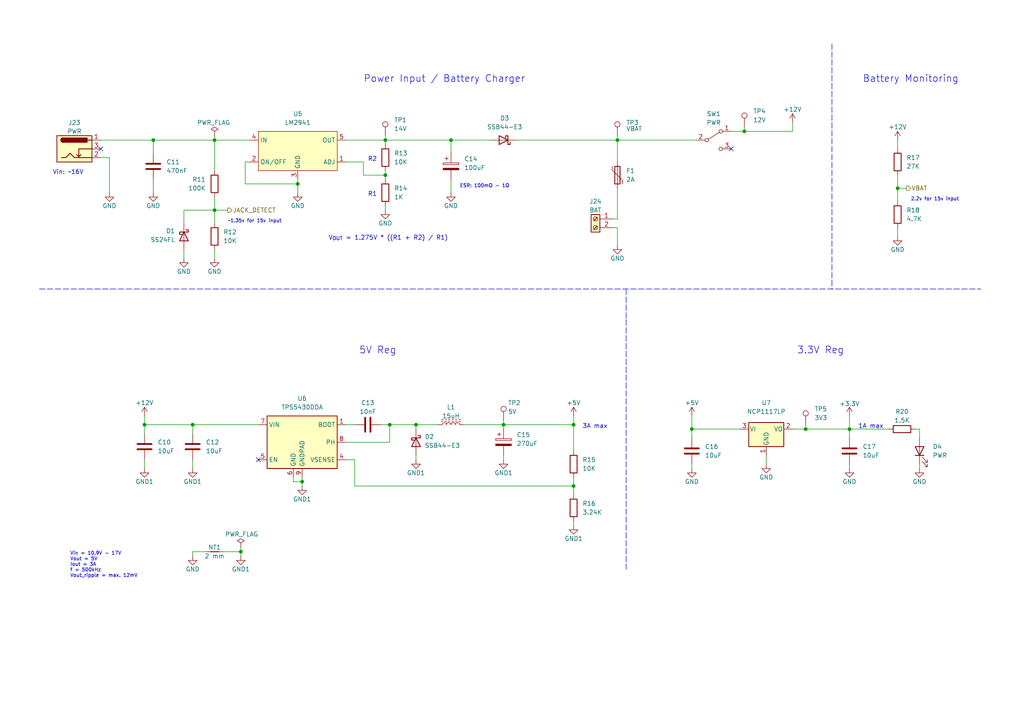
<source format=kicad_sch>
(kicad_sch (version 20211123) (generator eeschema)
  (paper "A4")
  (title_block (title "SW22 - Base Board") (date "2022-12-22") (rev "2") (company "saawsm"))
  (lib_symbols
    (symbol "Connector:Barrel_Jack_Switch" (pin_names hide)
      (property "Reference" "J" (at 0 5.334 0))
      (property "Value" "Barrel_Jack_Switch" (at 0 -5.08 0))
      (symbol "Barrel_Jack_Switch_0_1"
        (rectangle (start -5.08 3.81) (end 5.08 -3.81) (stroke (width 0.254)) (fill (type background)))
        (arc (start -3.302 3.175) (mid -3.937 2.54) (end -3.302 1.905) (stroke (width 0.254)))
        (arc (start -3.302 3.175) (mid -3.937 2.54) (end -3.302 1.905) (stroke (width 0.254)) (fill (type outline)))
        (polyline (pts (xy 1.27 -2.286) (xy 1.905 -1.651)) (stroke (width 0.254)))
        (polyline (pts (xy 5.08 2.54) (xy 3.81 2.54)) (stroke (width 0.254)))
        (polyline (pts (xy 5.08 0) (xy 1.27 0) (xy 1.27 -2.286) (xy 0.635 -1.651)) (stroke (width 0.254)))
        (polyline (pts (xy -3.81 -2.54) (xy -2.54 -2.54) (xy -1.27 -1.27) (xy 0 -2.54) (xy 2.54 -2.54) (xy 5.08 -2.54)) (stroke (width 0.254)))
        (rectangle (start 3.683 3.175) (end -3.302 1.905) (stroke (width 0.254)) (fill (type outline)))
      )
      (symbol "Barrel_Jack_Switch_1_1"
        (pin passive line (at 7.62 2.54 180) (length 2.54) (name "~") (number "1"))
        (pin passive line (at 7.62 -2.54 180) (length 2.54) (name "~") (number "2"))
        (pin passive line (at 7.62 0 180) (length 2.54) (name "~") (number "3"))
      )
    )
    (symbol "Connector:Screw_Terminal_01x02" (pin_names (offset 1.016) hide)
      (property "Reference" "J" (at 0 2.54 0))
      (property "Value" "Screw_Terminal_01x02" (at 0 -5.08 0))
      (symbol "Screw_Terminal_01x02_1_1"
        (rectangle (start -1.27 1.27) (end 1.27 -3.81) (stroke (width 0.254)) (fill (type background)))
        (circle (center 0 -2.54) (radius 0.635) (stroke (width 0.1524)))
        (polyline (pts (xy -0.5334 -2.2098) (xy 0.3302 -3.048)) (stroke (width 0.1524)))
        (polyline (pts (xy -0.5334 0.3302) (xy 0.3302 -0.508)) (stroke (width 0.1524)))
        (polyline (pts (xy -0.3556 -2.032) (xy 0.508 -2.8702)) (stroke (width 0.1524)))
        (polyline (pts (xy -0.3556 0.508) (xy 0.508 -0.3302)) (stroke (width 0.1524)))
        (circle (center 0 0) (radius 0.635) (stroke (width 0.1524)))
        (pin passive line (at -5.08 0 0) (length 3.81) (name "Pin_1") (number "1"))
        (pin passive line (at -5.08 -2.54 0) (length 3.81) (name "Pin_2") (number "2"))
      )
    )
    (symbol "Connector:TestPoint" (pin_numbers hide) (pin_names (offset 0.762) hide)
      (property "Reference" "TP" (at 0 6.858 0))
      (property "Value" "TestPoint" (at 0 5.08 0))
      (symbol "TestPoint_0_1"
        (circle (center 0 3.302) (radius 0.762))
      )
      (symbol "TestPoint_1_1"
        (pin passive line (at 0 0 90) (length 2.54) (name "1") (number "1"))
      )
    )
    (symbol "Device:C" (pin_numbers hide) (pin_names (offset 0.254))
      (property "Reference" "C" (at 0.635 2.54 0))
      (property "Value" "C" (at 0.635 -2.54 0))
      (symbol "C_0_1"
        (polyline (pts (xy -2.032 -0.762) (xy 2.032 -0.762)) (stroke (width 0.508)))
        (polyline (pts (xy -2.032 0.762) (xy 2.032 0.762)) (stroke (width 0.508)))
      )
      (symbol "C_1_1"
        (pin passive line (at 0 3.81 270) (length 2.794) (name "~") (number "1"))
        (pin passive line (at 0 -3.81 90) (length 2.794) (name "~") (number "2"))
      )
    )
    (symbol "Device:C_Polarized" (pin_numbers hide) (pin_names (offset 0.254))
      (property "Reference" "C" (at 0.635 2.54 0))
      (property "Value" "C_Polarized" (at 0.635 -2.54 0))
      (symbol "C_Polarized_0_1"
        (rectangle (start -2.286 0.508) (end 2.286 1.016))
        (polyline (pts (xy -1.778 2.286) (xy -0.762 2.286)))
        (polyline (pts (xy -1.27 2.794) (xy -1.27 1.778)))
        (rectangle (start 2.286 -0.508) (end -2.286 -1.016) (fill (type outline)))
      )
      (symbol "C_Polarized_1_1"
        (pin passive line (at 0 3.81 270) (length 2.794) (name "~") (number "1"))
        (pin passive line (at 0 -3.81 90) (length 2.794) (name "~") (number "2"))
      )
    )
    (symbol "Device:D_Schottky" (pin_numbers hide) (pin_names (offset 1.016) hide)
      (property "Reference" "D" (at 0 2.54 0))
      (property "Value" "D_Schottky" (at 0 -2.54 0))
      (symbol "D_Schottky_0_1"
        (polyline (pts (xy 1.27 0) (xy -1.27 0)))
        (polyline (pts (xy 1.27 1.27) (xy 1.27 -1.27) (xy -1.27 0) (xy 1.27 1.27)) (stroke (width 0.254)))
        (polyline (pts (xy -1.905 0.635) (xy -1.905 1.27) (xy -1.27 1.27) (xy -1.27 -1.27) (xy -0.635 -1.27) (xy -0.635 -0.635)) (stroke (width 0.254)))
      )
      (symbol "D_Schottky_1_1"
        (pin passive line (at -3.81 0 0) (length 2.54) (name "K") (number "1"))
        (pin passive line (at 3.81 0 180) (length 2.54) (name "A") (number "2"))
      )
    )
    (symbol "Device:LED" (pin_numbers hide) (pin_names (offset 1.016) hide)
      (property "Reference" "D" (at 0 2.54 0))
      (property "Value" "LED" (at 0 -2.54 0))
      (symbol "LED_0_1"
        (polyline (pts (xy -1.27 -1.27) (xy -1.27 1.27)) (stroke (width 0.254)))
        (polyline (pts (xy -1.27 0) (xy 1.27 0)))
        (polyline (pts (xy 1.27 -1.27) (xy 1.27 1.27) (xy -1.27 0) (xy 1.27 -1.27)) (stroke (width 0.254)))
        (polyline (pts (xy -3.048 -0.762) (xy -4.572 -2.286) (xy -3.81 -2.286) (xy -4.572 -2.286) (xy -4.572 -1.524)))
        (polyline (pts (xy -1.778 -0.762) (xy -3.302 -2.286) (xy -2.54 -2.286) (xy -3.302 -2.286) (xy -3.302 -1.524)))
      )
      (symbol "LED_1_1"
        (pin passive line (at -3.81 0 0) (length 2.54) (name "K") (number "1"))
        (pin passive line (at 3.81 0 180) (length 2.54) (name "A") (number "2"))
      )
    )
    (symbol "Device:L_Ferrite" (pin_numbers hide) (pin_names (offset 1.016) hide)
      (property "Reference" "L" (at -1.27 0 90))
      (property "Value" "L_Ferrite" (at 2.794 0 90))
      (symbol "L_Ferrite_0_1"
        (arc (start 0 -2.54) (mid 0.635 -1.905) (end 0 -1.27))
        (arc (start 0 -1.27) (mid 0.635 -0.635) (end 0 0))
        (polyline (pts (xy 1.016 -2.794) (xy 1.016 -2.286)))
        (polyline (pts (xy 1.016 -1.778) (xy 1.016 -1.27)))
        (polyline (pts (xy 1.016 -0.762) (xy 1.016 -0.254)))
        (polyline (pts (xy 1.016 0.254) (xy 1.016 0.762)))
        (polyline (pts (xy 1.016 1.27) (xy 1.016 1.778)))
        (polyline (pts (xy 1.016 2.286) (xy 1.016 2.794)))
        (polyline (pts (xy 1.524 -2.286) (xy 1.524 -2.794)))
        (polyline (pts (xy 1.524 -1.27) (xy 1.524 -1.778)))
        (polyline (pts (xy 1.524 -0.254) (xy 1.524 -0.762)))
        (polyline (pts (xy 1.524 0.762) (xy 1.524 0.254)))
        (polyline (pts (xy 1.524 1.778) (xy 1.524 1.27)))
        (polyline (pts (xy 1.524 2.794) (xy 1.524 2.286)))
        (arc (start 0 0) (mid 0.635 0.635) (end 0 1.27))
        (arc (start 0 1.27) (mid 0.635 1.905) (end 0 2.54))
      )
      (symbol "L_Ferrite_1_1"
        (pin passive line (at 0 3.81 270) (length 1.27) (name "1") (number "1"))
        (pin passive line (at 0 -3.81 90) (length 1.27) (name "2") (number "2"))
      )
    )
    (symbol "Device:NetTie_2" (pin_numbers hide) (pin_names (offset 0) hide)
      (property "Reference" "NT" (at 0 1.27 0))
      (property "Value" "NetTie_2" (at 0 -1.27 0))
      (symbol "NetTie_2_0_1"
        (polyline (pts (xy -1.27 0) (xy 1.27 0)) (stroke (width 0.254)))
      )
      (symbol "NetTie_2_1_1"
        (pin passive line (at -2.54 0 0) (length 2.54) (name "1") (number "1"))
        (pin passive line (at 2.54 0 180) (length 2.54) (name "2") (number "2"))
      )
    )
    (symbol "Device:Polyfuse" (pin_numbers hide) (pin_names (offset 0))
      (property "Reference" "F" (at -2.54 0 90))
      (property "Value" "Polyfuse" (at 2.54 0 90))
      (symbol "Polyfuse_0_1"
        (rectangle (start -0.762 2.54) (end 0.762 -2.54) (stroke (width 0.254)))
        (polyline (pts (xy 0 2.54) (xy 0 -2.54)))
        (polyline (pts (xy -1.524 2.54) (xy -1.524 1.524) (xy 1.524 -1.524) (xy 1.524 -2.54)))
      )
      (symbol "Polyfuse_1_1"
        (pin passive line (at 0 3.81 270) (length 1.27) (name "~") (number "1"))
        (pin passive line (at 0 -3.81 90) (length 1.27) (name "~") (number "2"))
      )
    )
    (symbol "Device:R" (pin_numbers hide) (pin_names (offset 0))
      (property "Reference" "R" (at 2.032 0 90))
      (property "Value" "R" (at 0 0 90))
      (symbol "R_0_1"
        (rectangle (start -1.016 -2.54) (end 1.016 2.54) (stroke (width 0.254)))
      )
      (symbol "R_1_1"
        (pin passive line (at 0 3.81 270) (length 1.27) (name "~") (number "1"))
        (pin passive line (at 0 -3.81 90) (length 1.27) (name "~") (number "2"))
      )
    )
    (symbol "Regulator_Linear:NCP1117-3.3_SOT223" (pin_names (offset 0.254))
      (property "Reference" "U" (at -3.81 3.175 0))
      (property "Value" "NCP1117-3.3_SOT223" (at 0 3.175 0))
      (symbol "NCP1117-3.3_SOT223_0_1"
        (rectangle (start -5.08 -5.08) (end 5.08 1.905) (stroke (width 0.254)) (fill (type background)))
      )
      (symbol "NCP1117-3.3_SOT223_1_1"
        (pin power_in line (at 0 -7.62 90) (length 2.54) (name "GND") (number "1"))
        (pin power_out line (at 7.62 0 180) (length 2.54) (name "VO") (number "2"))
        (pin power_in line (at -7.62 0 0) (length 2.54) (name "VI") (number "3"))
      )
    )
    (symbol "Regulator_Switching:TPS5430DDA"
      (property "Reference" "U" (at -10.16 8.89 0))
      (property "Value" "TPS5430DDA" (at -1.27 8.89 0))
      (symbol "TPS5430DDA_0_1"
        (rectangle (start -10.16 7.62) (end 10.16 -7.62) (stroke (width 0.254)) (fill (type background)))
      )
      (symbol "TPS5430DDA_1_1"
        (pin input line (at 12.7 5.08 180) (length 2.54) (name "BOOT") (number "1"))
        (pin no_connect line (at -10.16 2.54 0) (length 2.54) hide (name "NC") (number "2"))
        (pin no_connect line (at -10.16 -2.54 0) (length 2.54) hide (name "NC") (number "3"))
        (pin input line (at 12.7 -5.08 180) (length 2.54) (name "VSENSE") (number "4"))
        (pin input line (at -12.7 -5.08 0) (length 2.54) (name "EN") (number "5"))
        (pin power_in line (at -2.54 -10.16 90) (length 2.54) (name "GND") (number "6"))
        (pin power_in line (at -12.7 5.08 0) (length 2.54) (name "VIN") (number "7"))
        (pin output line (at 12.7 0 180) (length 2.54) (name "PH") (number "8"))
        (pin power_in line (at 0 -10.16 90) (length 2.54) (name "GNDPAD") (number "9"))
      )
    )
    (symbol "SaawLib:LM2941"
      (property "Reference" "U" (at 0 7.62 0))
      (property "Value" "LM2941" (at 7.62 -6.35 0))
      (symbol "LM2941_0_1"
        (rectangle (start -11.43 6.35) (end 11.43 -5.08) (fill (type background)))
      )
      (symbol "LM2941_1_1"
        (pin input line (at 13.97 -2.54 180) (length 2.54) (name "ADJ") (number "1"))
        (pin input line (at -13.97 -2.54 0) (length 2.54) (name "ON/OFF") (number "2"))
        (pin power_in line (at 0 -7.62 90) (length 2.54) (name "GND") (number "3"))
        (pin power_in line (at -13.97 3.81 0) (length 2.54) (name "IN") (number "4"))
        (pin power_out line (at 13.97 3.81 180) (length 2.54) (name "OUT") (number "5"))
      )
    )
    (symbol "Switch:SW_SPDT" (pin_names (offset 0) hide)
      (property "Reference" "SW" (at 0 4.318 0))
      (property "Value" "SW_SPDT" (at 0 -5.08 0))
      (symbol "SW_SPDT_0_0"
        (circle (center -2.032 0) (radius 0.508))
        (circle (center 2.032 -2.54) (radius 0.508))
      )
      (symbol "SW_SPDT_0_1"
        (polyline (pts (xy -1.524 0.254) (xy 1.651 2.286)))
        (circle (center 2.032 2.54) (radius 0.508))
      )
      (symbol "SW_SPDT_1_1"
        (pin passive line (at 5.08 2.54 180) (length 2.54) (name "A") (number "1"))
        (pin passive line (at -5.08 0 0) (length 2.54) (name "B") (number "2"))
        (pin passive line (at 5.08 -2.54 180) (length 2.54) (name "C") (number "3"))
      )
    )
    (symbol "power:+12V" (power) (pin_names (offset 0))
      (property "Value" "+12V" (at 0 3.556 0))
      (symbol "+12V_0_1"
        (polyline (pts (xy -0.762 1.27) (xy 0 2.54)))
        (polyline (pts (xy 0 0) (xy 0 2.54)))
        (polyline (pts (xy 0 2.54) (xy 0.762 1.27)))
      )
      (symbol "+12V_1_1"
        (pin power_in line (at 0 0 90) (length 0) hide (name "+12V") (number "1"))
      )
    )
    (symbol "power:+3.3V" (power) (pin_names (offset 0))
      (property "Value" "+3.3V" (at 0 3.556 0))
      (symbol "+3.3V_0_1"
        (polyline (pts (xy -0.762 1.27) (xy 0 2.54)))
        (polyline (pts (xy 0 0) (xy 0 2.54)))
        (polyline (pts (xy 0 2.54) (xy 0.762 1.27)))
      )
      (symbol "+3.3V_1_1"
        (pin power_in line (at 0 0 90) (length 0) hide (name "+3.3V") (number "1"))
      )
    )
    (symbol "power:+5V" (power) (pin_names (offset 0))
      (property "Value" "+5V" (at 0 3.556 0))
      (symbol "+5V_0_1"
        (polyline (pts (xy -0.762 1.27) (xy 0 2.54)))
        (polyline (pts (xy 0 0) (xy 0 2.54)))
        (polyline (pts (xy 0 2.54) (xy 0.762 1.27)))
      )
      (symbol "+5V_1_1"
        (pin power_in line (at 0 0 90) (length 0) hide (name "+5V") (number "1"))
      )
    )
    (symbol "power:GND" (power) (pin_names (offset 0))
      (property "Value" "GND" (at 0 -3.81 0))
      (symbol "GND_0_1"
        (polyline (pts (xy 0 0) (xy 0 -1.27) (xy 1.27 -1.27) (xy 0 -2.54) (xy -1.27 -1.27) (xy 0 -1.27)))
      )
      (symbol "GND_1_1"
        (pin power_in line (at 0 0 270) (length 0) hide (name "GND") (number "1"))
      )
    )
    (symbol "power:GND1" (power) (pin_names (offset 0))
      (property "Value" "GND1" (at 0 -3.81 0))
      (symbol "GND1_0_1"
        (polyline (pts (xy 0 0) (xy 0 -1.27) (xy 1.27 -1.27) (xy 0 -2.54) (xy -1.27 -1.27) (xy 0 -1.27)))
      )
      (symbol "GND1_1_1"
        (pin power_in line (at 0 0 270) (length 0) hide (name "GND1") (number "1"))
      )
    )
    (symbol "power:PWR_FLAG" (power) (pin_numbers hide) (pin_names (offset 0) hide)
      (property "Value" "PWR_FLAG" (at 0 3.81 0))
      (symbol "PWR_FLAG_0_0"
        (pin power_out line (at 0 0 90) (length 0) (name "pwr") (number "1"))
      )
      (symbol "PWR_FLAG_0_1"
        (polyline (pts (xy 0 0) (xy 0 1.27) (xy -1.016 1.905) (xy 0 2.54) (xy 1.016 1.905) (xy 0 1.27)))
      )
    )
  )
  (junction (at 111.76 50.8))
  (junction (at 69.85 160.02))
  (junction (at 55.88 123.19))
  (junction (at 44.45 40.64))
  (junction (at 130.81 40.64))
  (junction (at 113.03 123.19))
  (junction (at 62.23 60.96))
  (junction (at 146.05 123.19))
  (junction (at 166.37 123.19))
  (junction (at 260.35 54.61))
  (junction (at 215.9 38.1))
  (junction (at 233.68 124.46))
  (junction (at 246.38 124.46))
  (junction (at 179.07 40.64))
  (junction (at 87.63 139.7))
  (junction (at 111.76 40.64))
  (junction (at 120.65 123.19))
  (junction (at 86.36 53.34))
  (junction (at 62.23 40.64))
  (junction (at 41.91 123.19))
  (junction (at 166.37 140.97))
  (junction (at 200.66 124.46))
  (no_connect (at 212.09 43.18))
  (no_connect (at 29.21 43.18))
  (no_connect (at 74.93 133.35))
  (wire (pts (xy 166.37 138.43) (xy 166.37 140.97)))
  (wire (pts (xy 260.35 50.8) (xy 260.35 54.61)))
  (wire (pts (xy 166.37 151.13) (xy 166.37 152.4)))
  (wire (pts (xy 71.12 46.99) (xy 71.12 53.34)))
  (wire (pts (xy 69.85 158.75) (xy 69.85 160.02)))
  (wire (pts (xy 55.88 133.35) (xy 55.88 135.89)))
  (wire (pts (xy 41.91 123.19) (xy 55.88 123.19)))
  (wire (pts (xy 44.45 40.64) (xy 44.45 44.45)))
  (wire (pts (xy 215.9 36.83) (xy 215.9 38.1)))
  (wire (pts (xy 55.88 123.19) (xy 74.93 123.19)))
  (wire (pts (xy 87.63 139.7) (xy 85.09 139.7)))
  (wire (pts (xy 100.33 123.19) (xy 102.87 123.19)))
  (wire (pts (xy 260.35 54.61) (xy 262.89 54.61)))
  (wire (pts (xy 53.34 72.39) (xy 53.34 74.93)))
  (wire (pts (xy 44.45 40.64) (xy 62.23 40.64)))
  (wire (pts (xy 31.75 45.72) (xy 31.75 55.88)))
  (wire (pts (xy 55.88 161.29) (xy 55.88 160.02)))
  (wire (pts (xy 120.65 132.08) (xy 120.65 133.35)))
  (wire (pts (xy 87.63 139.7) (xy 87.63 140.97)))
  (wire (pts (xy 69.85 160.02) (xy 64.77 160.02)))
  (wire (pts (xy 111.76 50.8) (xy 111.76 52.07)))
  (wire (pts (xy 266.7 124.46) (xy 265.43 124.46)))
  (wire (pts (xy 44.45 52.07) (xy 44.45 55.88)))
  (wire (pts (xy 72.39 46.99) (xy 71.12 46.99)))
  (wire (pts (xy 233.68 124.46) (xy 229.87 124.46)))
  (wire (pts (xy 200.66 120.65) (xy 200.66 124.46)))
  (wire (pts (xy 120.65 123.19) (xy 120.65 124.46)))
  (wire (pts (xy 146.05 132.08) (xy 146.05 133.35)))
  (wire (pts (xy 102.87 133.35) (xy 102.87 140.97)))
  (wire (pts (xy 130.81 40.64) (xy 142.24 40.64)))
  (wire (pts (xy 111.76 40.64) (xy 111.76 41.91)))
  (wire (pts (xy 177.8 63.5) (xy 179.07 63.5)))
  (wire (pts (xy 179.07 63.5) (xy 179.07 54.61)))
  (wire (pts (xy 111.76 40.64) (xy 130.81 40.64)))
  (wire (pts (xy 62.23 57.15) (xy 62.23 60.96)))
  (wire (pts (xy 130.81 52.07) (xy 130.81 55.88)))
  (wire (pts (xy 86.36 53.34) (xy 86.36 55.88)))
  (wire (pts (xy 212.09 38.1) (xy 215.9 38.1)))
  (wire (pts (xy 113.03 123.19) (xy 120.65 123.19)))
  (wire (pts (xy 55.88 123.19) (xy 55.88 125.73)))
  (polyline (pts (xy 181.61 92.71) (xy 181.61 165.1)))
  (wire (pts (xy 41.91 133.35) (xy 41.91 135.89)))
  (wire (pts (xy 62.23 40.64) (xy 72.39 40.64)))
  (wire (pts (xy 62.23 39.37) (xy 62.23 40.64)))
  (wire (pts (xy 177.8 66.04) (xy 179.07 66.04)))
  (wire (pts (xy 69.85 161.29) (xy 69.85 160.02)))
  (wire (pts (xy 53.34 64.77) (xy 53.34 60.96)))
  (wire (pts (xy 179.07 39.37) (xy 179.07 40.64)))
  (wire (pts (xy 260.35 54.61) (xy 260.35 58.42)))
  (wire (pts (xy 257.81 124.46) (xy 246.38 124.46)))
  (wire (pts (xy 85.09 138.43) (xy 85.09 139.7)))
  (wire (pts (xy 113.03 123.19) (xy 110.49 123.19)))
  (wire (pts (xy 200.66 134.62) (xy 200.66 135.89)))
  (wire (pts (xy 130.81 40.64) (xy 130.81 44.45)))
  (wire (pts (xy 246.38 124.46) (xy 246.38 120.65)))
  (wire (pts (xy 62.23 40.64) (xy 62.23 49.53)))
  (wire (pts (xy 100.33 128.27) (xy 113.03 128.27)))
  (wire (pts (xy 100.33 40.64) (xy 111.76 40.64)))
  (wire (pts (xy 166.37 140.97) (xy 166.37 143.51)))
  (wire (pts (xy 100.33 133.35) (xy 102.87 133.35)))
  (wire (pts (xy 146.05 124.46) (xy 146.05 123.19)))
  (wire (pts (xy 260.35 40.64) (xy 260.35 43.18)))
  (wire (pts (xy 146.05 121.92) (xy 146.05 123.19)))
  (wire (pts (xy 229.87 35.56) (xy 229.87 38.1)))
  (wire (pts (xy 229.87 38.1) (xy 215.9 38.1)))
  (wire (pts (xy 41.91 123.19) (xy 41.91 125.73)))
  (wire (pts (xy 41.91 120.65) (xy 41.91 123.19)))
  (wire (pts (xy 111.76 39.37) (xy 111.76 40.64)))
  (wire (pts (xy 179.07 40.64) (xy 179.07 46.99)))
  (wire (pts (xy 111.76 49.53) (xy 111.76 50.8)))
  (wire (pts (xy 102.87 140.97) (xy 166.37 140.97)))
  (wire (pts (xy 87.63 138.43) (xy 87.63 139.7)))
  (wire (pts (xy 246.38 134.62) (xy 246.38 135.89)))
  (wire (pts (xy 111.76 50.8) (xy 105.41 50.8)))
  (wire (pts (xy 53.34 60.96) (xy 62.23 60.96)))
  (wire (pts (xy 111.76 59.69) (xy 111.76 60.96)))
  (wire (pts (xy 100.33 46.99) (xy 105.41 46.99)))
  (wire (pts (xy 31.75 45.72) (xy 29.21 45.72)))
  (wire (pts (xy 113.03 128.27) (xy 113.03 123.19)))
  (wire (pts (xy 134.62 123.19) (xy 146.05 123.19)))
  (wire (pts (xy 149.86 40.64) (xy 179.07 40.64)))
  (wire (pts (xy 266.7 124.46) (xy 266.7 127)))
  (wire (pts (xy 179.07 40.64) (xy 201.93 40.64)))
  (wire (pts (xy 166.37 120.65) (xy 166.37 123.19)))
  (wire (pts (xy 260.35 66.04) (xy 260.35 68.58)))
  (polyline (pts (xy 11.43 83.82) (xy 284.48 83.82)))
  (wire (pts (xy 55.88 160.02) (xy 59.69 160.02)))
  (wire (pts (xy 222.25 134.62) (xy 222.25 132.08)))
  (wire (pts (xy 86.36 52.07) (xy 86.36 53.34)))
  (wire (pts (xy 62.23 60.96) (xy 66.04 60.96)))
  (wire (pts (xy 62.23 72.39) (xy 62.23 74.93)))
  (wire (pts (xy 179.07 71.12) (xy 179.07 66.04)))
  (wire (pts (xy 120.65 123.19) (xy 127 123.19)))
  (polyline (pts (xy 241.3 12.7) (xy 241.3 83.82)))
  (wire (pts (xy 105.41 50.8) (xy 105.41 46.99)))
  (wire (pts (xy 200.66 124.46) (xy 200.66 127)))
  (wire (pts (xy 233.68 124.46) (xy 246.38 124.46)))
  (wire (pts (xy 246.38 124.46) (xy 246.38 127)))
  (wire (pts (xy 166.37 130.81) (xy 166.37 123.19)))
  (wire (pts (xy 146.05 123.19) (xy 166.37 123.19)))
  (wire (pts (xy 200.66 124.46) (xy 214.63 124.46)))
  (polyline (pts (xy 181.61 83.82) (xy 181.61 92.71)))
  (wire (pts (xy 62.23 60.96) (xy 62.23 64.77)))
  (wire (pts (xy 233.68 123.19) (xy 233.68 124.46)))
  (wire (pts (xy 266.7 134.62) (xy 266.7 135.89)))
  (wire (pts (xy 29.21 40.64) (xy 44.45 40.64)))
  (wire (pts (xy 71.12 53.34) (xy 86.36 53.34)))
  (text "R2" (at 106.68 46.99 0) (effects (font (size 1.27 1.27)) (justify left bottom)))
  (text "Vin = 10.9V - 17V\nVout = 5V\nIout = 3A\nf = 500kHz\nVout_ripple = max. 12mV" (at 20.32 167.64 0) (effects (font (size 1 1)) (justify left bottom)))
  (text "V_{OUT} = 1.275V * ((R1 + R2) / R1)" (at 95.25 69.85 0) (effects (font (size 1.27 1.27)) (justify left bottom)))
  (text "ESR: 100mΩ - 1Ω" (at 133.35 54.61 0) (effects (font (size 1 1)) (justify left bottom)))
  (text "Battery Monitoring" (at 250.19 24.13 0) (effects (font (size 2 2)) (justify left bottom)))
  (text "2.2v for 15v input" (at 264.16 58.42 0) (effects (font (size 0.9906 0.9906)) (justify left bottom)))
  (text "~1.35v for 15v input" (at 66.04 64.77 0) (effects (font (size 0.9906 0.9906)) (justify left bottom)))
  (text "Vin: ~16V" (at 15.24 50.8 0) (effects (font (size 1.27 1.27)) (justify left bottom)))
  (text "3.3V Reg" (at 231.14 102.87 0) (effects (font (size 2 2)) (justify left bottom)))
  (text "Power Input / Battery Charger" (at 105.41 24.13 0) (effects (font (size 2 2)) (justify left bottom)))
  (text "5V Reg" (at 104.14 102.87 0) (effects (font (size 2 2)) (justify left bottom)))
  (text "R1" (at 106.68 57.15 0) (effects (font (size 1.27 1.27)) (justify left bottom)))
  (text "3A max" (at 168.91 124.46 0) (effects (font (size 1.27 1.27)) (justify left bottom)))
  (text "1A max" (at 248.92 124.46 0) (effects (font (size 1.27 1.27)) (justify left bottom)))
  (hierarchical_label "VBAT" (shape output) (at 262.89 54.61 0))
  (hierarchical_label "JACK_DETECT" (shape output) (at 66.04 60.96 0))
  (symbol (lib_id "Device:C") (at 200.66 130.81 0) (unit 1)
    (property "Reference" "C16" (at 204.47 129.5399 0) (effects (justify left)))
    (property "Value" "10uF" (at 204.47 132.0799 0) (effects (justify left)))
    (property "Footprint" "Capacitor_SMD:C_0603_1608Metric" (effects hide))
    (property "LCSC" "C96446" (effects hide))
    (property "MOUSER" "187-CL10A106MA8NRNC" (effects hide))
    (property "MPN" "CL10A106MA8NRNC" (effects hide))
  )
  (symbol (lib_id "power:GND1") (at 87.63 140.97 0) (unit 1)
    (property "Reference" "#PWR070" (effects hide))
    (property "Value" "GND1" (at 87.63 144.78 0))
  )
  (symbol (lib_id "power:GND") (at 53.34 74.93 0) (mirror y) (unit 1)
    (property "Reference" "#PWR064" (effects hide))
    (property "Value" "GND" (at 53.34 78.74 0))
  )
  (symbol (lib_id "power:+12V") (at 41.91 120.65 0) (unit 1)
    (property "Reference" "#PWR061" (effects hide))
    (property "Value" "+12V" (at 41.91 116.84 0))
  )
  (symbol (lib_id "Connector:TestPoint") (at 179.07 39.37 0) (unit 1) (in_bom no)
    (property "Reference" "TP3" (at 181.61 35.56 0) (effects (justify left)))
    (property "Value" "VBAT" (at 181.61 37.3379 0) (effects (justify left)))
    (property "Footprint" "TestPoint:TestPoint_Pad_D1.5mm" (effects hide))
  )
  (symbol (lib_id "power:GND") (at 86.36 55.88 0) (unit 1)
    (property "Reference" "#PWR069" (effects hide))
    (property "Value" "GND" (at 86.36 59.69 0))
  )
  (symbol (lib_id "Device:C") (at 106.68 123.19 90) (unit 1)
    (property "Reference" "C13" (at 106.68 116.84 90))
    (property "Value" "10nF" (at 106.68 119.38 90))
    (property "Footprint" "Capacitor_SMD:C_0603_1608Metric" (effects hide))
    (property "LCSC" "C1589" (effects hide))
    (property "MOUSER" "187-CL10B103KB8NNNC" (effects hide))
    (property "MPN" "CL10B103KB8NNNC" (effects hide))
  )
  (symbol (lib_id "power:+12V") (at 229.87 35.56 0) (unit 1)
    (property "Reference" "#PWR080" (effects hide))
    (property "Value" "+12V" (at 229.87 31.75 0))
  )
  (symbol (lib_id "Device:D_Schottky") (at 53.34 68.58 270) (unit 1)
    (property "Reference" "D1" (at 50.8 66.9924 90) (effects (justify right)))
    (property "Value" "SS24FL" (at 50.8 69.5324 90) (effects (justify right)))
    (property "Footprint" "Diode_SMD:D_SOD-123F" (effects hide))
    (property "LCSC" "C894433" (effects hide))
    (property "MOUSER" "512-SS24FL" (effects hide))
    (property "MPN" "SS24FL" (effects hide))
  )
  (symbol (lib_id "power:GND") (at 111.76 60.96 0) (unit 1)
    (property "Reference" "#PWR071" (effects hide))
    (property "Value" "GND" (at 111.76 64.77 0))
  )
  (symbol (lib_id "power:GND") (at 260.35 68.58 0) (unit 1)
    (property "Reference" "#PWR083" (effects hide))
    (property "Value" "GND" (at 260.35 72.39 0))
  )
  (symbol (lib_id "power:GND") (at 62.23 74.93 0) (mirror y) (unit 1)
    (property "Reference" "#PWR067" (effects hide))
    (property "Value" "GND" (at 62.23 78.74 0))
  )
  (symbol (lib_id "power:+5V") (at 200.66 120.65 0) (unit 1)
    (property "Reference" "#PWR078" (effects hide))
    (property "Value" "+5V" (at 200.66 116.84 0))
  )
  (symbol (lib_id "Regulator_Linear:NCP1117-3.3_SOT223") (at 222.25 124.46 0) (unit 1)
    (property "Reference" "U7" (at 222.25 116.84 0))
    (property "Value" "NCP1117LP" (at 222.25 119.38 0))
    (property "Footprint" "Package_TO_SOT_SMD:SOT-223-3_TabPin2" (effects hide))
    (property "Datasheet" "http://www.onsemi.com/pub_link/Collateral/NCP1117-D.PDF" (effects hide))
    (property "LCSC" "C146799" (effects hide))
    (property "MPN" "NCP1117LPST33T3G" (effects hide))
    (property "MOUSER" "863-NCP1117LPST33T3G" (effects hide))
  )
  (symbol (lib_id "power:GND1") (at 69.85 161.29 0) (mirror y) (unit 1)
    (property "Reference" "#PWR068" (effects hide))
    (property "Value" "GND1" (at 69.85 165.1 0))
  )
  (symbol (lib_id "Device:LED") (at 266.7 130.81 90) (unit 1)
    (property "Reference" "D4" (at 270.51 129.54 90) (effects (justify right)))
    (property "Value" "PWR" (at 270.51 132.08 90) (effects (justify right)))
    (property "Footprint" "LED_SMD:LED_0603_1608Metric" (effects hide))
    (property "MOUSER" "710-150060VS75000" (effects hide))
    (property "MPN" "150060VS75000" (effects hide))
  )
  (symbol (lib_id "power:GND") (at 44.45 55.88 0) (unit 1)
    (property "Reference" "#PWR063" (effects hide))
    (property "Value" "GND" (at 44.45 59.69 0))
  )
  (symbol (lib_id "power:PWR_FLAG") (at 62.23 39.37 0) (unit 1)
    (property "Reference" "#FLG05" (effects hide))
    (property "Value" "PWR_FLAG" (at 57.15 35.56 0) (effects (justify left)))
  )
  (symbol (lib_id "power:GND") (at 130.81 55.88 0) (unit 1)
    (property "Reference" "#PWR073" (effects hide))
    (property "Value" "GND" (at 130.81 59.69 0))
  )
  (symbol (lib_id "power:GND") (at 179.07 71.12 0) (unit 1)
    (property "Reference" "#PWR077" (effects hide))
    (property "Value" "GND" (at 179.07 74.93 0))
  )
  (symbol (lib_id "Device:C") (at 44.45 48.26 0) (unit 1)
    (property "Reference" "C11" (at 48.26 46.9899 0) (effects (justify left)))
    (property "Value" "470nF" (at 48.26 49.5299 0) (effects (justify left)))
    (property "Footprint" "Capacitor_SMD:C_0603_1608Metric" (effects hide))
    (property "LCSC" "C170149" (effects hide))
    (property "MOUSER" "187-CL10A474KB8NNNC" (effects hide))
    (property "MPN" "CL10A474KB8NNNC" (effects hide))
  )
  (symbol (lib_id "Device:R") (at 62.23 68.58 0) (mirror y) (unit 1)
    (property "Reference" "R12" (at 64.77 67.3099 0) (effects (justify right)))
    (property "Value" "10K" (at 64.77 69.8499 0) (effects (justify right)))
    (property "Footprint" "Resistor_SMD:R_0603_1608Metric" (effects hide))
    (property "MOUSER" "603-RC0603FR-0710KL" (effects hide))
    (property "MPN" "RC0603FR-0710KL" (effects hide))
    (property "LCSC" "C98220" (effects hide))
  )
  (symbol (lib_id "Device:R") (at 111.76 55.88 0) (unit 1)
    (property "Reference" "R14" (at 114.3 54.6099 0) (effects (justify left)))
    (property "Value" "1K" (at 114.3 57.1499 0) (effects (justify left)))
    (property "Footprint" "Resistor_SMD:R_0603_1608Metric" (effects hide))
    (property "MOUSER" "603-RC0603FR-071KL" (effects hide))
    (property "MPN" "RC0603FR-071KL" (effects hide))
    (property "LCSC" "C22548" (effects hide))
  )
  (symbol (lib_id "power:PWR_FLAG") (at 69.85 158.75 0) (mirror y) (unit 1)
    (property "Reference" "#FLG06" (effects hide))
    (property "Value" "PWR_FLAG" (at 74.93 154.94 0) (effects (justify left)))
  )
  (symbol (lib_id "Device:Polyfuse") (at 179.07 50.8 180) (unit 1)
    (property "Reference" "F1" (at 181.61 49.5299 0) (effects (justify right)))
    (property "Value" "2A" (at 181.61 52.0699 0) (effects (justify right)))
    (property "Footprint" "Fuse:Fuse_Littelfuse-LVR200" (effects hide))
    (property "LCSC" "C1562345" (effects hide))
    (property "MOUSER" "650-LVR200S-240" (effects hide))
    (property "MPN" "LVR200S-240" (effects hide))
  )
  (symbol (lib_id "Connector:TestPoint") (at 215.9 36.83 0) (unit 1) (in_bom no)
    (property "Reference" "TP4" (at 218.44 32.2579 0) (effects (justify left)))
    (property "Value" "12V" (at 218.44 34.7979 0) (effects (justify left)))
    (property "Footprint" "TestPoint:TestPoint_Pad_D1.5mm" (effects hide))
  )
  (symbol (lib_id "Device:R") (at 166.37 134.62 180) (unit 1)
    (property "Reference" "R15" (at 168.91 133.3499 0) (effects (justify right)))
    (property "Value" "10K" (at 168.91 135.8899 0) (effects (justify right)))
    (property "Footprint" "Resistor_SMD:R_0603_1608Metric" (effects hide))
    (property "MOUSER" "603-RC0603FR-0710KL" (effects hide))
    (property "MPN" "RC0603FR-0710KL" (effects hide))
    (property "LCSC" "C98220" (effects hide))
  )
  (symbol (lib_id "Device:C_Polarized") (at 146.05 128.27 0) (unit 1)
    (property "Reference" "C15" (at 149.86 126.1109 0) (effects (justify left)))
    (property "Value" "270uF" (at 149.86 128.6509 0) (effects (justify left)))
    (property "Footprint" "Capacitor_SMD:CP_Elec_8x6.9" (effects hide))
    (property "MPN" "16SVPF270M" (effects hide))
    (property "LCSC" "C136278" (effects hide))
    (property "MOUSER" "667-16SVPF270M" (effects hide))
  )
  (symbol (lib_id "power:GND") (at 266.7 135.89 0) (unit 1)
    (property "Reference" "#PWR088" (effects hide))
    (property "Value" "GND" (at 266.7 139.7 0))
  )
  (symbol (lib_id "power:GND") (at 55.88 161.29 0) (unit 1)
    (property "Reference" "#PWR066" (effects hide))
    (property "Value" "GND" (at 55.88 165.1 0))
  )
  (symbol (lib_id "power:GND1") (at 55.88 135.89 0) (unit 1)
    (property "Reference" "#PWR065" (effects hide))
    (property "Value" "GND1" (at 55.88 139.7 0))
  )
  (symbol (lib_id "Device:C_Polarized") (at 130.81 48.26 0) (unit 1)
    (property "Reference" "C14" (at 134.62 46.1009 0) (effects (justify left)))
    (property "Value" "100uF" (at 134.62 48.6409 0) (effects (justify left)))
    (property "Footprint" "Capacitor_THT:CP_Radial_D6.3mm_P2.50mm" (effects hide))
    (property "LCSC" "C1579509" (effects hide))
    (property "MOUSER" "667-EEU-FM1E101" (effects hide))
    (property "MPN" "EEU-FM1E101" (effects hide))
  )
  (symbol (lib_id "Connector:TestPoint") (at 111.76 39.37 0) (unit 1) (in_bom no)
    (property "Reference" "TP1" (at 114.3 34.7979 0) (effects (justify left)))
    (property "Value" "14V" (at 114.3 37.3379 0) (effects (justify left)))
    (property "Footprint" "TestPoint:TestPoint_Pad_D1.5mm" (effects hide))
  )
  (symbol (lib_id "Device:R") (at 62.23 53.34 0) (mirror y) (unit 1)
    (property "Reference" "R11" (at 59.69 52.0699 0) (effects (justify left)))
    (property "Value" "100K" (at 59.69 54.6099 0) (effects (justify left)))
    (property "Footprint" "Resistor_SMD:R_0603_1608Metric" (effects hide))
    (property "MOUSER" "603-RC0603FR-07100KL" (effects hide))
    (property "MPN" "RC0603FR-07100KL" (effects hide))
    (property "LCSC" "C14675" (effects hide))
  )
  (symbol (lib_id "power:GND1") (at 166.37 152.4 0) (unit 1)
    (property "Reference" "#PWR075" (effects hide))
    (property "Value" "GND1" (at 166.37 156.21 0))
  )
  (symbol (lib_id "SaawLib:LM2941") (at 86.36 44.45 0) (unit 1)
    (property "Reference" "U5" (at 86.36 33.02 0))
    (property "Value" "LM2941" (at 86.36 35.56 0))
    (property "Footprint" "Package_TO_SOT_SMD:TO-263-5_TabPin3" (effects hide))
    (property "Datasheet" "https://www.ti.com/lit/gpn/lm2941" (effects hide))
    (property "LCSC" "C512759" (effects hide))
    (property "MOUSER" "926-LM2941CSX/NOPB" (effects hide))
    (property "MPN" "LM2941CSX/NOPB" (effects hide))
  )
  (symbol (lib_id "Device:D_Schottky") (at 146.05 40.64 180) (unit 1)
    (property "Reference" "D3" (at 146.3675 34.29 0))
    (property "Value" "SSB44-E3" (at 146.3675 36.83 0))
    (property "Footprint" "Diode_SMD:D_SMB" (effects hide))
    (property "LCSC" "C466999" (effects hide))
    (property "MOUSER" "625-SSB44-E3" (effects hide))
    (property "MPN" "SSB44-E3/52T" (effects hide))
  )
  (symbol (lib_id "Device:R") (at 260.35 62.23 180) (unit 1)
    (property "Reference" "R18" (at 262.89 60.9599 0) (effects (justify right)))
    (property "Value" "4.7K" (at 262.89 63.5 0) (effects (justify right)))
    (property "Footprint" "Resistor_SMD:R_0603_1608Metric" (effects hide))
    (property "MOUSER" "603-RC0603FR-074K7L" (effects hide))
    (property "MPN" "RC0603FR-074K7L" (effects hide))
    (property "LCSC" "C99782" (effects hide))
  )
  (symbol (lib_id "Device:C") (at 55.88 129.54 180) (unit 1)
    (property "Reference" "C12" (at 59.69 128.2699 0) (effects (justify right)))
    (property "Value" "10uF" (at 59.69 130.8099 0) (effects (justify right)))
    (property "Footprint" "Capacitor_SMD:C_1210_3225Metric" (effects hide))
    (property "LCSC" "C380537" (effects hide))
    (property "MOUSER" "187-CL32A106KBJNNNE" (effects hide))
    (property "MPN" "CL32A106KBJNNNE" (effects hide))
  )
  (symbol (lib_id "Device:R") (at 111.76 45.72 0) (unit 1)
    (property "Reference" "R13" (at 114.3 44.4499 0) (effects (justify left)))
    (property "Value" "10K" (at 114.3 46.9899 0) (effects (justify left)))
    (property "Footprint" "Resistor_SMD:R_0603_1608Metric" (effects hide))
    (property "MOUSER" "603-RC0603FR-0710KL" (effects hide))
    (property "MPN" "RC0603FR-0710KL" (effects hide))
    (property "LCSC" "C98220" (effects hide))
  )
  (symbol (lib_id "power:GND") (at 31.75 55.88 0) (unit 1)
    (property "Reference" "#PWR060" (effects hide))
    (property "Value" "GND" (at 31.75 59.69 0))
  )
  (symbol (lib_id "power:+3.3V") (at 246.38 120.65 0) (unit 1)
    (property "Reference" "#PWR084" (effects hide))
    (property "Value" "+3.3V" (at 246.38 117.094 0))
  )
  (symbol (lib_id "Connector:Barrel_Jack_Switch") (at 21.59 43.18 0) (unit 1)
    (property "Reference" "J23" (at 21.59 35.56 0))
    (property "Value" "PWR" (at 21.59 38.1 0))
    (property "Footprint" "SaawLib:BarrelJack_CUI_PJ-102AH_Horizontal" (effects hide))
    (property "Datasheet" "https://mouser.com/datasheet/2/670/pj_102ah-1778518.pdf" (effects hide))
    (property "MPN" "PJ-102AH" (effects hide))
    (property "MOUSER" "490-PJ-102AH" (effects hide))
  )
  (symbol (lib_id "power:+5V") (at 166.37 120.65 0) (unit 1)
    (property "Reference" "#PWR076" (effects hide))
    (property "Value" "+5V" (at 166.37 116.84 0))
  )
  (symbol (lib_id "power:GND") (at 246.38 135.89 0) (mirror y) (unit 1)
    (property "Reference" "#PWR085" (effects hide))
    (property "Value" "GND" (at 246.38 139.7 0))
  )
  (symbol (lib_id "power:GND1") (at 146.05 133.35 0) (unit 1)
    (property "Reference" "#PWR074" (effects hide))
    (property "Value" "GND1" (at 146.05 137.16 0))
  )
  (symbol (lib_id "power:GND") (at 200.66 135.89 0) (mirror y) (unit 1)
    (property "Reference" "#PWR079" (effects hide))
    (property "Value" "GND" (at 200.66 139.7 0))
  )
  (symbol (lib_id "Device:C") (at 246.38 130.81 0) (unit 1)
    (property "Reference" "C17" (at 250.19 129.5399 0) (effects (justify left)))
    (property "Value" "10uF" (at 250.19 132.0799 0) (effects (justify left)))
    (property "Footprint" "Capacitor_SMD:C_0603_1608Metric" (effects hide))
    (property "LCSC" "C96446" (effects hide))
    (property "MOUSER" "187-CL10A106MA8NRNC" (effects hide))
    (property "MPN" "CL10A106MA8NRNC" (effects hide))
  )
  (symbol (lib_id "Device:C") (at 41.91 129.54 180) (unit 1)
    (property "Reference" "C10" (at 45.72 128.2699 0) (effects (justify right)))
    (property "Value" "10uF" (at 45.72 130.8099 0) (effects (justify right)))
    (property "Footprint" "Capacitor_SMD:C_1210_3225Metric" (effects hide))
    (property "LCSC" "C380537" (effects hide))
    (property "MOUSER" "187-CL32A106KBJNNNE" (effects hide))
    (property "MPN" "CL32A106KBJNNNE" (effects hide))
  )
  (symbol (lib_id "Device:R") (at 260.35 46.99 180) (unit 1)
    (property "Reference" "R17" (at 262.89 45.7199 0) (effects (justify right)))
    (property "Value" "27K" (at 262.89 48.26 0) (effects (justify right)))
    (property "Footprint" "Resistor_SMD:R_0603_1608Metric" (effects hide))
    (property "MOUSER" "603-RC0603FR-0727KL" (effects hide))
    (property "MPN" "RC0603FR-0727KL" (effects hide))
    (property "LCSC" "C114614" (effects hide))
  )
  (symbol (lib_id "Device:D_Schottky") (at 120.65 128.27 270) (unit 1)
    (property "Reference" "D2" (at 123.19 126.6824 90) (effects (justify left)))
    (property "Value" "SSB44-E3" (at 123.19 129.2224 90) (effects (justify left)))
    (property "Footprint" "Diode_SMD:D_SMB" (effects hide))
    (property "MPN" "SSB44-E3/52T" (effects hide))
    (property "MOUSER" "625-SSB44-E3" (effects hide))
    (property "LCSC" "C466999" (effects hide))
  )
  (symbol (lib_id "power:+12V") (at 260.35 40.64 0) (unit 1)
    (property "Reference" "#PWR082" (effects hide))
    (property "Value" "+12V" (at 260.35 36.83 0))
  )
  (symbol (lib_id "Device:R") (at 261.62 124.46 90) (unit 1)
    (property "Reference" "R20" (at 261.62 119.38 90))
    (property "Value" "1.5K" (at 261.62 121.92 90))
    (property "Footprint" "Resistor_SMD:R_0603_1608Metric" (effects hide))
    (property "MOUSER" "603-RC0603FR-071K5L" (effects hide))
    (property "MPN" "RC0603FR-071K5L" (effects hide))
    (property "LCSC" "C114668" (effects hide))
  )
  (symbol (lib_id "Connector:TestPoint") (at 146.05 121.92 0) (unit 1) (in_bom no)
    (property "Reference" "TP2" (at 147.32 116.84 0) (effects (justify left)))
    (property "Value" "5V" (at 147.32 119.38 0) (effects (justify left)))
    (property "Footprint" "TestPoint:TestPoint_Pad_D1.5mm" (effects hide))
  )
  (symbol (lib_id "Device:L_Ferrite") (at 130.81 123.19 90) (unit 1)
    (property "Reference" "L1" (at 130.81 118.11 90))
    (property "Value" "15uH" (at 130.81 120.65 90))
    (property "Footprint" "Inductor_SMD:L_Bourns_SRR1260" (effects hide))
    (property "MPN" "SRR1260-150M" (effects hide))
    (property "MOUSER" "652-SRR1260-150M" (effects hide))
    (property "LCSC" "C2041333" (effects hide))
  )
  (symbol (lib_id "power:GND1") (at 41.91 135.89 0) (unit 1)
    (property "Reference" "#PWR062" (effects hide))
    (property "Value" "GND1" (at 41.91 139.7 0))
  )
  (symbol (lib_id "Regulator_Switching:TPS5430DDA") (at 87.63 128.27 0) (unit 1)
    (property "Reference" "U6" (at 87.63 115.57 0))
    (property "Value" "TPS5430DDA" (at 87.63 118.11 0))
    (property "Footprint" "Package_SO:TI_SO-PowerPAD-8_ThermalVias" (effects hide))
    (property "Datasheet" "http://www.ti.com/lit/ds/symlink/tps5430.pdf" (effects hide))
    (property "LCSC" "C9864" (effects hide))
    (property "MOUSER" "595-TPS5430DDAR" (effects hide))
    (property "MPN" "TPS5430DDAR" (effects hide))
  )
  (symbol (lib_id "power:GND1") (at 120.65 133.35 0) (unit 1)
    (property "Reference" "#PWR072" (effects hide))
    (property "Value" "GND1" (at 120.65 137.16 0))
  )
  (symbol (lib_id "Device:R") (at 166.37 147.32 180) (unit 1)
    (property "Reference" "R16" (at 168.91 146.0499 0) (effects (justify right)))
    (property "Value" "3.24K" (at 168.91 148.5899 0) (effects (justify right)))
    (property "Footprint" "Resistor_SMD:R_0603_1608Metric" (effects hide))
    (property "LCSC" "C273779" (effects hide))
    (property "MOUSER" "603-RC0603FR-073K24L" (effects hide))
    (property "MPN" "RC0603FR-073K24L" (effects hide))
  )
  (symbol (lib_id "power:GND") (at 222.25 134.62 0) (mirror y) (unit 1)
    (property "Reference" "#PWR081" (effects hide))
    (property "Value" "GND" (at 222.25 138.43 0))
  )
  (symbol (lib_id "Connector:Screw_Terminal_01x02") (at 172.72 63.5 0) (mirror y) (unit 1)
    (property "Reference" "J24" (at 172.72 58.42 0))
    (property "Value" "BAT" (at 172.72 60.96 0))
    (property "Footprint" "Connector_JST:JST_XH_B2B-XH-A_1x02_P2.50mm_Vertical" (effects hide))
  )
  (symbol (lib_id "Connector:TestPoint") (at 233.68 123.19 0) (unit 1) (in_bom no)
    (property "Reference" "TP5" (at 236.22 118.6179 0) (effects (justify left)))
    (property "Value" "3V3" (at 236.22 121.1579 0) (effects (justify left)))
    (property "Footprint" "TestPoint:TestPoint_Pad_D1.5mm" (effects hide))
  )
  (symbol (lib_id "Device:NetTie_2") (at 62.23 160.02 0) (mirror y) (unit 1) (in_bom no)
    (property "Reference" "NT1" (at 62.23 158.75 0))
    (property "Value" "2 mm" (at 62.23 161.29 0))
    (property "Footprint" "NetTie:NetTie-2_SMD_Pad2.0mm" (effects hide))
  )
  (symbol (lib_id "Switch:SW_SPDT") (at 207.01 40.64 0) (unit 1)
    (property "Reference" "SW1" (at 207.01 33.02 0))
    (property "Value" "PWR" (at 207.01 35.56 0))
    (property "Footprint" "SaawLib:500SSP1S2M6QEA" (effects hide))
    (property "Datasheet" "https://mouser.com/datasheet/2/140/ESCH_S_A0000009760_1-2545063.pdf" (effects hide))
    (property "MOUSER" "612-500-A261" (effects hide))
    (property "MPN" "500SSP1S2M6QEA" (effects hide))
  )
)
</source>
